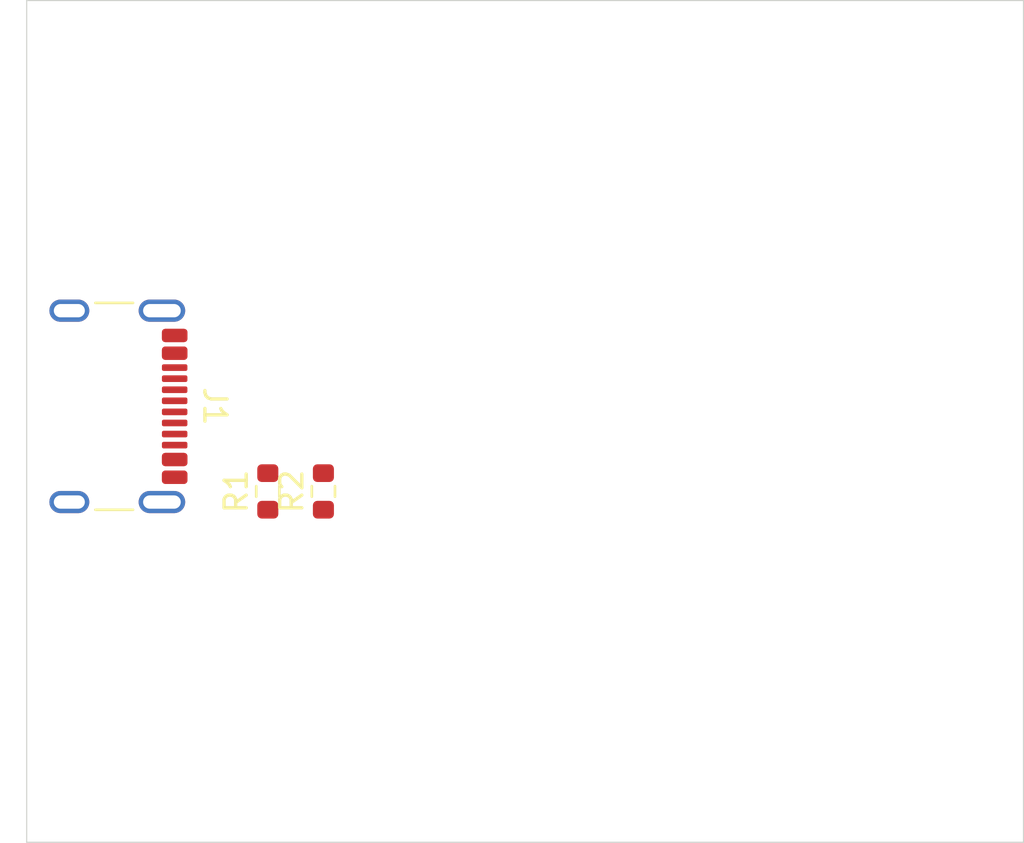
<source format=kicad_pcb>
(kicad_pcb (version 20241229) (generator "pcbnew") (generator_version "9.0")
  (layers (0 "F.Cu" signal) (2 "B.Cu" signal) (13 "F.Paste" user) (15 "B.Paste" user) (5 "F.SilkS" user "F.Silkscreen") (7 "B.SilkS" user "B.Silkscreen") (1 "F.Mask" user) (3 "B.Mask" user) (25 "Edge.Cuts" user))
  (net 0 "")
  (net 1 "USB_D_N")
  (net 2 "GND")
  (net 6 "VBUS")
  (net 7 "USB_D_P")
  (net 10 "Net-(J1-CC1)")
  (net 11 "Net-(J1-CC2)")
  (footprint "Resistor_SMD:R_0603_1608Metric" (layer "F.Cu") (at 110.885 72.16 90)
    (property "Reference" "R1" (at 0 -1.43 90) (layer "F.SilkS"))
    (property "Value" "5k1")
    (fp_line (start -0.237258 -0.5225) (end 0.237258 -0.5225) (stroke (width 0.12)) (layer "F.SilkS"))
    (fp_line (start -0.237258 0.5225) (end 0.237258 0.5225) (stroke (width 0.12)) (layer "F.SilkS"))
    (pad "1" smd roundrect (at -0.825 0 90) (size 0.8 0.95) (layers "F.Cu" "F.Mask" "F.Paste") (net 11 "Net-(J1-CC2)"))
    (pad "2" smd roundrect (at 0.825 0 90) (size 0.8 0.95) (layers "F.Cu" "F.Mask" "F.Paste") (net 2 "GND"))
  )
  (footprint "Connector_USB:USB_C_Receptacle_GCT_USB4105-xx-A_16P_TopMnt_Horizontal" (layer "F.Cu") (at 103 68.32 -90)
    (property "Reference" "J1" (at 0 -5.5 270) (layer "F.SilkS"))
    (property "Value" "USB_C_Receptacle_USB2.0_16P" (hide yes))
    (fp_line (start -4.67 -0.1) (end -4.67 -1.8) (stroke (width 0.12)) (layer "F.SilkS"))
    (fp_line (start 4.67 -0.1) (end 4.67 -1.8) (stroke (width 0.12)) (layer "F.SilkS"))
    (pad "" np_thru_hole circle (at -2.89 -2.605 270) (size 0.65 0.65) (drill 0.65) (layers "*.Cu" "*.Mask"))
    (pad "" np_thru_hole circle (at 2.89 -2.605 270) (size 0.65 0.65) (drill 0.65) (layers "*.Cu" "*.Mask"))
    (pad "A1" smd roundrect (at -3.2 -3.68 270) (size 0.6 1.15) (layers "F.Cu" "F.Mask" "F.Paste") (net 2 "GND"))
    (pad "A4" smd roundrect (at -2.4 -3.68 270) (size 0.6 1.15) (layers "F.Cu" "F.Mask" "F.Paste") (net 6 "VBUS"))
    (pad "A5" smd roundrect (at -1.25 -3.68 270) (size 0.3 1.15) (layers "F.Cu" "F.Mask" "F.Paste") (net 10 "Net-(J1-CC1)"))
    (pad "A6" smd roundrect (at -0.25 -3.68 270) (size 0.3 1.15) (layers "F.Cu" "F.Mask" "F.Paste") (net 7 "USB_D_P"))
    (pad "A7" smd roundrect (at 0.25 -3.68 270) (size 0.3 1.15) (layers "F.Cu" "F.Mask" "F.Paste") (net 1 "USB_D_N"))
    (pad "A8" smd roundrect (at 1.25 -3.68 270) (size 0.3 1.15) (layers "F.Cu" "F.Mask" "F.Paste"))
    (pad "A9" smd roundrect (at 2.4 -3.68 270) (size 0.6 1.15) (layers "F.Cu" "F.Mask" "F.Paste") (net 6 "VBUS"))
    (pad "A12" smd roundrect (at 3.2 -3.68 270) (size 0.6 1.15) (layers "F.Cu" "F.Mask" "F.Paste") (net 2 "GND"))
    (pad "B1" smd roundrect (at 3.2 -3.68 270) (size 0.6 1.15) (layers "F.Cu" "F.Mask" "F.Paste") (net 2 "GND"))
    (pad "B4" smd roundrect (at 2.4 -3.68 270) (size 0.6 1.15) (layers "F.Cu" "F.Mask" "F.Paste") (net 6 "VBUS"))
    (pad "B5" smd roundrect (at 1.75 -3.68 270) (size 0.3 1.15) (layers "F.Cu" "F.Mask" "F.Paste") (net 11 "Net-(J1-CC2)"))
    (pad "B6" smd roundrect (at 0.75 -3.68 270) (size 0.3 1.15) (layers "F.Cu" "F.Mask" "F.Paste") (net 7 "USB_D_P"))
    (pad "B7" smd roundrect (at -0.75 -3.68 270) (size 0.3 1.15) (layers "F.Cu" "F.Mask" "F.Paste") (net 1 "USB_D_N"))
    (pad "B8" smd roundrect (at -1.75 -3.68 270) (size 0.3 1.15) (layers "F.Cu" "F.Mask" "F.Paste"))
    (pad "B9" smd roundrect (at -2.4 -3.68 270) (size 0.6 1.15) (layers "F.Cu" "F.Mask" "F.Paste") (net 6 "VBUS"))
    (pad "B12" smd roundrect (at -3.2 -3.68 270) (size 0.6 1.15) (layers "F.Cu" "F.Mask" "F.Paste") (net 2 "GND"))
    (pad "S1" thru_hole oval (at -4.32 -3.105 270) (size 1 2.1) (drill oval 0.6 1.7) (property pad_prop_heatsink) (layers "*.Cu" "*.Mask" "F.Paste"))
    (pad "S1" thru_hole oval (at -4.32 1.075 270) (size 1 1.8) (drill oval 0.6 1.4) (property pad_prop_heatsink) (layers "*.Cu" "*.Mask" "F.Paste"))
    (pad "S1" thru_hole oval (at 4.32 -3.105 270) (size 1 2.1) (drill oval 0.6 1.7) (property pad_prop_heatsink) (layers "*.Cu" "*.Mask" "F.Paste"))
    (pad "S1" thru_hole oval (at 4.32 1.075 270) (size 1 1.8) (drill oval 0.6 1.4) (property pad_prop_heatsink) (layers "*.Cu" "*.Mask" "F.Paste"))
  )
  (footprint "Resistor_SMD:R_0603_1608Metric" (layer "F.Cu") (at 113.395 72.16 90)
    (property "Reference" "R2" (at 0 -1.43 90) (layer "F.SilkS"))
    (property "Value" "5k1")
    (fp_line (start -0.237258 -0.5225) (end 0.237258 -0.5225) (stroke (width 0.12)) (layer "F.SilkS"))
    (fp_line (start -0.237258 0.5225) (end 0.237258 0.5225) (stroke (width 0.12)) (layer "F.SilkS"))
    (pad "1" smd roundrect (at -0.825 0 90) (size 0.8 0.95) (layers "F.Cu" "F.Mask" "F.Paste") (net 10 "Net-(J1-CC1)"))
    (pad "2" smd roundrect (at 0.825 0 90) (size 0.8 0.95) (layers "F.Cu" "F.Mask" "F.Paste") (net 2 "GND"))
  )
  (gr_line (start 145 88) (end 100 88) (stroke (width 0.05)) (layer "Edge.Cuts"))
  (gr_line (start 100 50) (end 145 50) (stroke (width 0.05)) (layer "Edge.Cuts"))
  (gr_line (start 145 50) (end 145 88) (stroke (width 0.05)) (layer "Edge.Cuts"))
  (gr_line (start 100 88) (end 100 50) (stroke (width 0.05)) (layer "Edge.Cuts"))
)
</source>
